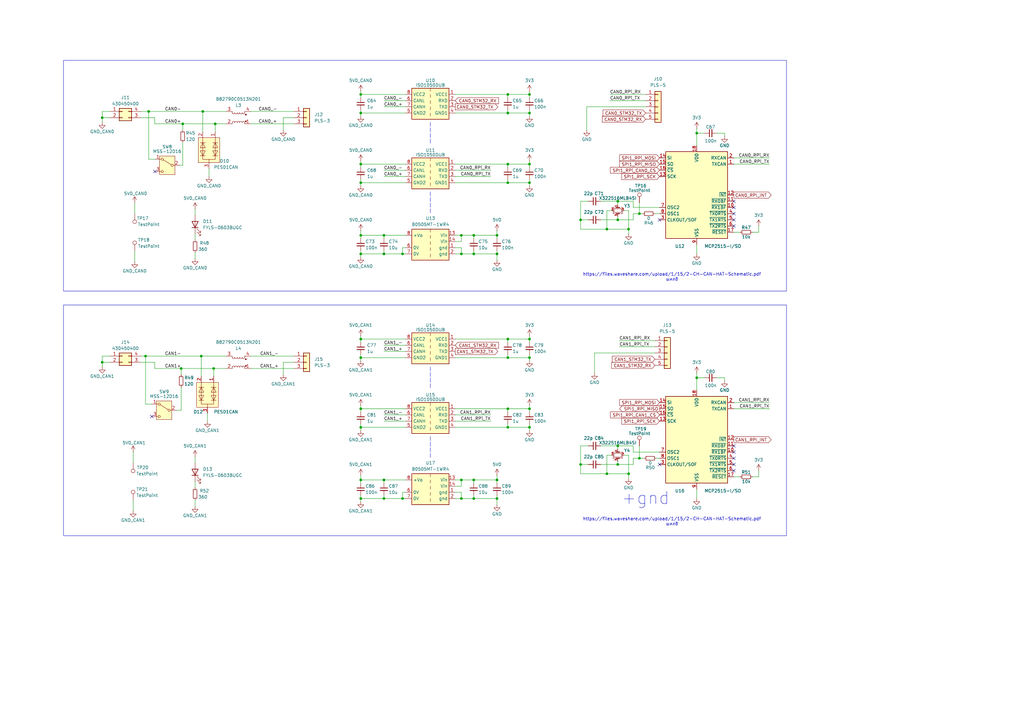
<source format=kicad_sch>
(kicad_sch (version 20231120) (generator "eeschema") (generator_version "8.0")
  (paper "A3")
  (junction (at 253.365 82.55))
  (junction (at 203.835 104.14))
  (junction (at 217.17 67.31))
  (junction (at 157.48 204.47))
  (junction (at 208.28 167.64))
  (junction (at 147.955 146.685))
  (junction (at 83.185 45.72))
  (junction (at 262.255 187.96))
  (junction (at 189.23 196.85))
  (junction (at 203.835 96.52))
  (junction (at 189.23 96.52))
  (junction (at 147.955 167.64))
  (junction (at 165.1 204.47))
  (junction (at 208.28 67.31))
  (junction (at 147.955 104.14))
  (junction (at 147.955 175.26))
  (junction (at 194.31 104.14))
  (junction (at 157.48 196.85))
  (junction (at 285.75 154.94))
  (junction (at 248.92 194.31))
  (junction (at 217.17 167.64))
  (junction (at 147.955 96.52))
  (junction (at 208.28 139.065))
  (junction (at 217.17 175.26))
  (junction (at 147.955 67.31))
  (junction (at 217.17 38.735))
  (junction (at 82.55 146.05))
  (junction (at 59.69 146.05))
  (junction (at 157.48 96.52))
  (junction (at 74.295 151.13))
  (junction (at 253.365 190.5))
  (junction (at 238.125 90.17))
  (junction (at 257.81 194.31))
  (junction (at 60.96 45.72))
  (junction (at 165.1 104.14))
  (junction (at 208.28 38.735))
  (junction (at 147.955 204.47))
  (junction (at 217.17 146.685))
  (junction (at 208.28 74.93))
  (junction (at 217.17 74.93))
  (junction (at 147.955 139.065))
  (junction (at 88.265 50.8))
  (junction (at 74.93 50.8))
  (junction (at 189.23 204.47))
  (junction (at 194.31 204.47))
  (junction (at 194.31 196.85))
  (junction (at 41.91 48.26))
  (junction (at 203.835 204.47))
  (junction (at 262.255 87.63))
  (junction (at 208.28 46.355))
  (junction (at 253.365 182.88))
  (junction (at 208.28 146.685))
  (junction (at 253.365 90.17))
  (junction (at 87.63 151.13))
  (junction (at 217.17 139.065))
  (junction (at 248.92 93.98))
  (junction (at 147.955 38.735))
  (junction (at 147.955 74.93))
  (junction (at 194.31 96.52))
  (junction (at 147.955 46.355))
  (junction (at 208.28 175.26))
  (junction (at 157.48 104.14))
  (junction (at 238.125 190.5))
  (junction (at 257.81 93.98))
  (junction (at 217.17 46.355))
  (junction (at 285.75 54.61))
  (junction (at 189.23 104.14))
  (junction (at 203.835 196.85))
  (junction (at 41.91 148.59))
  (junction (at 147.955 196.85))
  (no_connect (at 300.99 82.55))
  (no_connect (at 270.51 90.17))
  (no_connect (at 300.99 185.42))
  (no_connect (at 300.99 87.63))
  (no_connect (at 300.99 92.71))
  (no_connect (at 63.5 70.358))
  (no_connect (at 300.99 90.17))
  (no_connect (at 300.99 193.04))
  (no_connect (at 300.99 187.96))
  (no_connect (at 300.99 182.88))
  (no_connect (at 300.99 85.09))
  (no_connect (at 270.51 190.5))
  (no_connect (at 62.23 170.815))
  (no_connect (at 300.99 190.5))
  (wire (pts (xy 257.81 93.98) (xy 248.92 93.98)))
  (wire (pts (xy 259.715 90.17) (xy 253.365 90.17)))
  (wire (pts (xy 147.955 66.04) (xy 147.955 67.31)))
  (wire (pts (xy 208.28 167.64) (xy 208.28 168.91)))
  (wire (pts (xy 259.715 185.42) (xy 259.715 182.88)))
  (wire (pts (xy 147.955 196.85) (xy 147.955 198.12)))
  (wire (pts (xy 217.17 173.99) (xy 217.17 175.26)))
  (wire (pts (xy 147.955 166.37) (xy 147.955 167.64)))
  (wire (pts (xy 253.365 82.55) (xy 253.365 83.82)))
  (wire (pts (xy 264.795 41.275) (xy 250.19 41.275)))
  (wire (pts (xy 147.955 37.465) (xy 147.955 38.735)))
  (wire (pts (xy 259.715 82.55) (xy 253.365 82.55)))
  (wire (pts (xy 63.5 50.8) (xy 63.5 48.26)))
  (wire (pts (xy 147.955 175.26) (xy 166.37 175.26)))
  (wire (pts (xy 102.87 50.8) (xy 120.65 50.8)))
  (wire (pts (xy 189.23 96.52) (xy 194.31 96.52)))
  (wire (pts (xy 165.1 204.47) (xy 166.37 204.47)))
  (wire (pts (xy 157.48 69.85) (xy 166.37 69.85)))
  (wire (pts (xy 41.91 148.59) (xy 41.91 150.495)))
  (wire (pts (xy 147.955 46.355) (xy 147.955 47.625)))
  (wire (pts (xy 311.15 95.25) (xy 308.61 95.25)))
  (wire (pts (xy 147.955 146.685) (xy 147.955 147.955)))
  (wire (pts (xy 186.69 172.72) (xy 201.295 172.72)))
  (wire (pts (xy 87.63 151.13) (xy 87.63 154.305)))
  (wire (pts (xy 285.75 154.94) (xy 288.925 154.94)))
  (wire (pts (xy 217.17 45.085) (xy 217.17 46.355)))
  (wire (pts (xy 259.715 190.5) (xy 253.365 190.5)))
  (wire (pts (xy 157.48 172.72) (xy 166.37 172.72)))
  (wire (pts (xy 217.17 66.04) (xy 217.17 67.31)))
  (wire (pts (xy 194.31 196.85) (xy 203.835 196.85)))
  (wire (pts (xy 238.125 93.98) (xy 248.92 93.98)))
  (wire (pts (xy 294.005 54.61) (xy 297.18 54.61)))
  (wire (pts (xy 74.93 50.8) (xy 74.93 53.34)))
  (wire (pts (xy 157.48 43.815) (xy 166.37 43.815)))
  (wire (pts (xy 189.23 199.39) (xy 189.23 196.85)))
  (wire (pts (xy 208.28 145.415) (xy 208.28 146.685)))
  (wire (pts (xy 186.69 101.6) (xy 189.23 101.6)))
  (wire (pts (xy 147.955 96.52) (xy 157.48 96.52)))
  (wire (pts (xy 194.31 102.87) (xy 194.31 104.14)))
  (wire (pts (xy 57.785 146.05) (xy 59.69 146.05)))
  (wire (pts (xy 102.87 151.13) (xy 120.65 151.13)))
  (wire (pts (xy 194.31 104.14) (xy 203.835 104.14)))
  (wire (pts (xy 186.69 38.735) (xy 208.28 38.735)))
  (wire (pts (xy 285.75 154.94) (xy 285.75 160.02)))
  (wire (pts (xy 238.125 190.5) (xy 238.125 194.31)))
  (wire (pts (xy 147.955 38.735) (xy 166.37 38.735)))
  (wire (pts (xy 41.91 45.72) (xy 45.085 45.72)))
  (wire (pts (xy 147.955 104.14) (xy 147.955 105.41)))
  (wire (pts (xy 147.955 67.31) (xy 166.37 67.31)))
  (wire (pts (xy 54.61 205.105) (xy 54.61 209.55)))
  (wire (pts (xy 102.87 146.05) (xy 120.65 146.05)))
  (wire (pts (xy 253.365 90.17) (xy 253.365 88.9)))
  (wire (pts (xy 157.48 196.85) (xy 166.37 196.85)))
  (wire (pts (xy 203.835 203.2) (xy 203.835 204.47)))
  (wire (pts (xy 186.69 201.93) (xy 189.23 201.93)))
  (wire (pts (xy 217.17 73.66) (xy 217.17 74.93)))
  (wire (pts (xy 147.955 167.64) (xy 147.955 168.91)))
  (wire (pts (xy 83.185 45.72) (xy 83.185 53.975)))
  (wire (pts (xy 257.81 194.31) (xy 248.92 194.31)))
  (wire (pts (xy 74.295 168.275) (xy 72.39 168.275)))
  (wire (pts (xy 246.38 90.17) (xy 253.365 90.17)))
  (wire (pts (xy 59.69 146.05) (xy 59.69 165.735)))
  (wire (pts (xy 147.955 46.355) (xy 166.37 46.355)))
  (wire (pts (xy 194.31 96.52) (xy 203.835 96.52)))
  (wire (pts (xy 189.23 204.47) (xy 194.31 204.47)))
  (wire (pts (xy 208.28 67.31) (xy 208.28 68.58)))
  (wire (pts (xy 59.69 146.05) (xy 82.55 146.05)))
  (wire (pts (xy 217.17 37.465) (xy 217.17 38.735)))
  (wire (pts (xy 147.955 96.52) (xy 147.955 97.79)))
  (wire (pts (xy 147.955 175.26) (xy 147.955 176.53)))
  (wire (pts (xy 259.715 185.42) (xy 270.51 185.42)))
  (wire (pts (xy 147.955 203.2) (xy 147.955 204.47)))
  (wire (pts (xy 238.125 82.55) (xy 238.125 90.17)))
  (wire (pts (xy 248.92 86.36) (xy 250.825 86.36)))
  (wire (pts (xy 186.69 104.14) (xy 189.23 104.14)))
  (wire (pts (xy 217.17 137.795) (xy 217.17 139.065)))
  (wire (pts (xy 243.84 153.035) (xy 243.84 144.78)))
  (wire (pts (xy 285.75 100.33) (xy 285.75 104.14)))
  (wire (pts (xy 147.955 38.735) (xy 147.955 40.005)))
  (wire (pts (xy 41.91 48.26) (xy 45.085 48.26)))
  (wire (pts (xy 54.61 189.865) (xy 54.61 185.42)))
  (wire (pts (xy 257.81 186.69) (xy 257.81 194.31)))
  (wire (pts (xy 165.1 201.93) (xy 166.37 201.93)))
  (wire (pts (xy 157.48 96.52) (xy 166.37 96.52)))
  (wire (pts (xy 285.75 153.035) (xy 285.75 154.94)))
  (wire (pts (xy 62.23 165.735) (xy 59.69 165.735)))
  (wire (pts (xy 147.955 102.87) (xy 147.955 104.14)))
  (wire (pts (xy 157.48 203.2) (xy 157.48 204.47)))
  (wire (pts (xy 157.48 72.39) (xy 166.37 72.39)))
  (wire (pts (xy 147.955 173.99) (xy 147.955 175.26)))
  (wire (pts (xy 259.715 187.96) (xy 262.255 187.96)))
  (polyline (pts (xy 176.53 78.74) (xy 176.53 87.63)) (stroke (width 0) (type dash)))
  (wire (pts (xy 102.87 45.72) (xy 120.65 45.72)))
  (wire (pts (xy 186.69 146.685) (xy 208.28 146.685)))
  (wire (pts (xy 147.955 194.945) (xy 147.955 196.85)))
  (wire (pts (xy 259.715 182.88) (xy 253.365 182.88)))
  (wire (pts (xy 300.99 67.31) (xy 315.595 67.31)))
  (wire (pts (xy 203.835 196.85) (xy 203.835 198.12)))
  (wire (pts (xy 165.1 101.6) (xy 165.1 104.14)))
  (wire (pts (xy 241.3 182.88) (xy 238.125 182.88)))
  (wire (pts (xy 82.55 146.05) (xy 82.55 154.305)))
  (wire (pts (xy 74.295 151.13) (xy 74.295 153.67)))
  (wire (pts (xy 80.01 197.485) (xy 80.01 200.025)))
  (wire (pts (xy 147.955 67.31) (xy 147.955 68.58)))
  (wire (pts (xy 241.3 82.55) (xy 238.125 82.55)))
  (wire (pts (xy 259.715 85.09) (xy 270.51 85.09)))
  (wire (pts (xy 147.955 139.065) (xy 166.37 139.065)))
  (wire (pts (xy 194.31 96.52) (xy 194.31 97.79)))
  (wire (pts (xy 262.255 182.88) (xy 262.255 187.96)))
  (wire (pts (xy 186.69 46.355) (xy 208.28 46.355)))
  (wire (pts (xy 74.93 50.8) (xy 88.265 50.8)))
  (wire (pts (xy 157.48 204.47) (xy 165.1 204.47)))
  (wire (pts (xy 208.28 67.31) (xy 217.17 67.31)))
  (wire (pts (xy 208.28 175.26) (xy 217.17 175.26)))
  (wire (pts (xy 57.785 45.72) (xy 60.96 45.72)))
  (wire (pts (xy 194.31 203.2) (xy 194.31 204.47)))
  (wire (pts (xy 147.955 73.66) (xy 147.955 74.93)))
  (polyline (pts (xy 176.53 50.165) (xy 176.53 59.055)) (stroke (width 0) (type dash)))
  (wire (pts (xy 208.28 45.085) (xy 208.28 46.355)))
  (wire (pts (xy 255.905 186.69) (xy 257.81 186.69)))
  (wire (pts (xy 63.5 151.13) (xy 74.295 151.13)))
  (wire (pts (xy 194.31 196.85) (xy 194.31 198.12)))
  (wire (pts (xy 203.835 104.14) (xy 203.835 106.68)))
  (wire (pts (xy 157.48 96.52) (xy 157.48 97.79)))
  (wire (pts (xy 243.84 144.78) (xy 268.605 144.78)))
  (wire (pts (xy 300.99 195.58) (xy 303.53 195.58)))
  (wire (pts (xy 255.905 86.36) (xy 257.81 86.36)))
  (wire (pts (xy 85.725 69.215) (xy 85.725 72.39)))
  (wire (pts (xy 311.15 193.04) (xy 311.15 195.58)))
  (wire (pts (xy 157.48 144.145) (xy 166.37 144.145)))
  (wire (pts (xy 88.265 50.8) (xy 92.71 50.8)))
  (wire (pts (xy 217.17 139.065) (xy 217.17 140.335)))
  (wire (pts (xy 88.265 50.8) (xy 88.265 53.975)))
  (wire (pts (xy 268.605 142.24) (xy 254 142.24)))
  (wire (pts (xy 116.205 148.59) (xy 116.205 153.67)))
  (wire (pts (xy 120.65 148.59) (xy 116.205 148.59)))
  (wire (pts (xy 186.69 139.065) (xy 208.28 139.065)))
  (wire (pts (xy 311.15 92.71) (xy 311.15 95.25)))
  (wire (pts (xy 238.125 90.17) (xy 241.3 90.17)))
  (wire (pts (xy 74.93 58.42) (xy 74.93 67.818)))
  (wire (pts (xy 240.665 43.815) (xy 264.795 43.815)))
  (wire (pts (xy 157.48 141.605) (xy 166.37 141.605)))
  (wire (pts (xy 217.17 166.37) (xy 217.17 167.64)))
  (wire (pts (xy 80.01 103.505) (xy 80.01 106.045)))
  (wire (pts (xy 248.92 194.31) (xy 248.92 186.69)))
  (wire (pts (xy 262.255 83.185) (xy 262.255 87.63)))
  (wire (pts (xy 147.955 204.47) (xy 147.955 205.74)))
  (wire (pts (xy 41.91 45.72) (xy 41.91 48.26)))
  (wire (pts (xy 186.69 199.39) (xy 189.23 199.39)))
  (wire (pts (xy 208.28 167.64) (xy 217.17 167.64)))
  (wire (pts (xy 203.835 194.945) (xy 203.835 196.85)))
  (wire (pts (xy 264.16 187.96) (xy 262.255 187.96)))
  (wire (pts (xy 300.99 64.77) (xy 315.595 64.77)))
  (wire (pts (xy 264.795 38.735) (xy 250.19 38.735)))
  (wire (pts (xy 74.295 151.13) (xy 87.63 151.13)))
  (wire (pts (xy 300.99 95.25) (xy 303.53 95.25)))
  (wire (pts (xy 300.99 167.64) (xy 315.595 167.64)))
  (wire (pts (xy 80.01 205.105) (xy 80.01 207.645)))
  (wire (pts (xy 186.69 72.39) (xy 201.295 72.39)))
  (wire (pts (xy 194.31 204.47) (xy 203.835 204.47)))
  (wire (pts (xy 238.125 190.5) (xy 241.3 190.5)))
  (wire (pts (xy 116.205 48.26) (xy 116.205 53.34)))
  (wire (pts (xy 285.75 52.705) (xy 285.75 54.61)))
  (wire (pts (xy 147.955 104.14) (xy 157.48 104.14)))
  (wire (pts (xy 311.15 195.58) (xy 308.61 195.58)))
  (wire (pts (xy 270.51 187.96) (xy 269.24 187.96)))
  (wire (pts (xy 268.605 139.7) (xy 254 139.7)))
  (wire (pts (xy 120.65 48.26) (xy 116.205 48.26)))
  (wire (pts (xy 186.69 167.64) (xy 208.28 167.64)))
  (wire (pts (xy 259.715 187.96) (xy 259.715 190.5)))
  (wire (pts (xy 203.835 96.52) (xy 203.835 97.79)))
  (wire (pts (xy 217.17 146.685) (xy 217.17 147.955)))
  (polyline (pts (xy 176.53 150.495) (xy 176.53 159.385)) (stroke (width 0) (type dash)))
  (wire (pts (xy 186.69 74.93) (xy 208.28 74.93)))
  (wire (pts (xy 248.92 93.98) (xy 248.92 86.36)))
  (wire (pts (xy 186.69 196.85) (xy 189.23 196.85)))
  (wire (pts (xy 203.835 204.47) (xy 203.835 207.01)))
  (wire (pts (xy 147.955 74.93) (xy 147.955 76.2)))
  (wire (pts (xy 80.01 95.885) (xy 80.01 98.425)))
  (wire (pts (xy 186.69 170.18) (xy 201.295 170.18)))
  (wire (pts (xy 189.23 196.85) (xy 194.31 196.85)))
  (wire (pts (xy 257.81 93.98) (xy 257.81 95.885)))
  (wire (pts (xy 294.005 154.94) (xy 297.18 154.94)))
  (wire (pts (xy 55.245 87.63) (xy 55.245 83.185)))
  (wire (pts (xy 297.18 154.94) (xy 297.18 156.21)))
  (wire (pts (xy 238.125 194.31) (xy 248.92 194.31)))
  (wire (pts (xy 246.38 182.88) (xy 253.365 182.88)))
  (wire (pts (xy 238.125 90.17) (xy 238.125 93.98)))
  (wire (pts (xy 147.955 146.685) (xy 166.37 146.685)))
  (wire (pts (xy 189.23 104.14) (xy 194.31 104.14)))
  (wire (pts (xy 189.23 101.6) (xy 189.23 104.14)))
  (polyline (pts (xy 176.53 179.07) (xy 176.53 187.96)) (stroke (width 0) (type dash)))
  (wire (pts (xy 83.185 45.72) (xy 92.71 45.72)))
  (wire (pts (xy 80.01 187.325) (xy 80.01 189.865)))
  (wire (pts (xy 217.17 175.26) (xy 217.17 176.53)))
  (wire (pts (xy 63.5 65.278) (xy 60.96 65.278)))
  (wire (pts (xy 85.09 169.545) (xy 85.09 172.72)))
  (wire (pts (xy 165.1 101.6) (xy 166.37 101.6)))
  (wire (pts (xy 263.525 87.63) (xy 262.255 87.63)))
  (wire (pts (xy 157.48 196.85) (xy 157.48 198.12)))
  (wire (pts (xy 157.48 102.87) (xy 157.48 104.14)))
  (wire (pts (xy 253.365 190.5) (xy 253.365 189.23)))
  (wire (pts (xy 259.715 87.63) (xy 259.715 90.17)))
  (wire (pts (xy 74.295 158.75) (xy 74.295 168.275)))
  (wire (pts (xy 147.955 45.085) (xy 147.955 46.355)))
  (wire (pts (xy 165.1 201.93) (xy 165.1 204.47)))
  (wire (pts (xy 147.955 167.64) (xy 166.37 167.64)))
  (wire (pts (xy 208.28 74.93) (xy 217.17 74.93)))
  (wire (pts (xy 74.93 67.818) (xy 73.66 67.818)))
  (wire (pts (xy 262.255 87.63) (xy 259.715 87.63)))
  (wire (pts (xy 186.69 96.52) (xy 189.23 96.52)))
  (wire (pts (xy 285.75 54.61) (xy 288.925 54.61)))
  (wire (pts (xy 147.955 196.85) (xy 157.48 196.85)))
  (wire (pts (xy 208.28 146.685) (xy 217.17 146.685)))
  (wire (pts (xy 186.69 175.26) (xy 208.28 175.26)))
  (wire (pts (xy 208.28 38.735) (xy 208.28 40.005)))
  (wire (pts (xy 147.955 137.795) (xy 147.955 139.065)))
  (wire (pts (xy 217.17 145.415) (xy 217.17 146.685)))
  (wire (pts (xy 240.665 53.34) (xy 240.665 43.815)))
  (wire (pts (xy 60.96 45.72) (xy 83.185 45.72)))
  (wire (pts (xy 157.48 170.18) (xy 166.37 170.18)))
  (wire (pts (xy 257.81 86.36) (xy 257.81 93.98)))
  (wire (pts (xy 80.01 85.725) (xy 80.01 88.265)))
  (wire (pts (xy 238.125 182.88) (xy 238.125 190.5)))
  (wire (pts (xy 157.48 104.14) (xy 165.1 104.14)))
  (wire (pts (xy 41.91 146.05) (xy 45.085 146.05)))
  (wire (pts (xy 253.365 182.88) (xy 253.365 184.15)))
  (wire (pts (xy 147.955 74.93) (xy 166.37 74.93)))
  (wire (pts (xy 217.17 167.64) (xy 217.17 168.91)))
  (wire (pts (xy 41.91 148.59) (xy 45.085 148.59)))
  (wire (pts (xy 208.28 38.735) (xy 217.17 38.735)))
  (wire (pts (xy 257.81 194.31) (xy 257.81 196.215)))
  (wire (pts (xy 186.69 67.31) (xy 208.28 67.31)))
  (wire (pts (xy 246.38 82.55) (xy 253.365 82.55)))
  (wire (pts (xy 82.55 146.05) (xy 92.71 146.05)))
  (wire (pts (xy 203.835 102.87) (xy 203.835 104.14)))
  (wire (pts (xy 186.69 204.47) (xy 189.23 204.47)))
  (wire (pts (xy 208.28 139.065) (xy 217.17 139.065)))
  (wire (pts (xy 285.75 200.66) (xy 285.75 204.47)))
  (wire (pts (xy 208.28 139.065) (xy 208.28 140.335)))
  (wire (pts (xy 87.63 151.13) (xy 92.71 151.13)))
  (wire (pts (xy 297.18 54.61) (xy 297.18 55.88)))
  (wire (pts (xy 217.17 67.31) (xy 217.17 68.58)))
  (wire (pts (xy 186.69 69.85) (xy 201.295 69.85)))
  (wire (pts (xy 208.28 173.99) (xy 208.28 175.26)))
  (wire (pts (xy 63.5 151.13) (xy 63.5 148.59)))
  (wire (pts (xy 189.23 201.93) (xy 189.23 204.47)))
  (wire (pts (xy 165.1 104.14) (xy 166.37 104.14)))
  (wire (pts (xy 217.17 74.93) (xy 217.17 76.2)))
  (wire (pts (xy 217.17 38.735) (xy 217.17 40.005)))
  (wire (pts (xy 63.5 48.26) (xy 57.785 48.26)))
  (wire (pts (xy 208.28 73.66) (xy 208.28 74.93)))
  (wire (pts (xy 55.245 102.87) (xy 55.245 107.315)))
  (wire (pts (xy 147.955 94.615) (xy 147.955 96.52)))
  (wire (pts (xy 60.96 45.72) (xy 60.96 65.278)))
  (wire (pts (xy 41.91 146.05) (xy 41.91 148.59)))
  (wire (pts (xy 217.17 46.355) (xy 217.17 47.625)))
  (wire (pts (xy 157.48 41.275) (xy 166.37 41.275)))
  (wire (pts (xy 246.38 190.5) (xy 253.365 190.5)))
  (wire (pts (xy 41.91 48.26) (xy 41.91 50.165)))
  (wire (pts (xy 259.715 85.09) (xy 259.715 82.55)))
  (wire (pts (xy 147.955 204.47) (xy 157.48 204.47)))
  (wire (pts (xy 203.835 94.615) (xy 203.835 96.52)))
  (wire (pts (xy 63.5 148.59) (xy 57.785 148.59)))
  (wire (pts (xy 300.99 165.1) (xy 315.595 165.1)))
  (wire (pts (xy 285.75 54.61) (xy 285.75 59.69)))
  (wire (pts (xy 186.69 99.06) (xy 189.23 99.06)))
  (wire (pts (xy 63.5 50.8) (xy 74.93 50.8)))
  (wire (pts (xy 208.28 46.355) (xy 217.17 46.355)))
  (wire (pts (xy 248.92 186.69) (xy 250.825 186.69)))
  (wire (pts (xy 147.955 139.065) (xy 147.955 140.335)))
  (wire (pts (xy 147.955 145.415) (xy 147.955 146.685)))
  (wire (pts (xy 270.51 87.63) (xy 268.605 87.63)))
  (wire (pts (xy 189.23 99.06) (xy 189.23 96.52)))
  (rectangle (start 26.035 125.095) (end 322.58 219.71))
  (rectangle (start 26.035 24.765) (end 322.58 119.38))
  (text "https://files.waveshare.com/upload/1/15/2-CH-CAN-HAT-Schematic.pdf\nшилд" (at 275.59 213.995 0) (effects (font (size 1.27 1.27))))
  (text "https://files.waveshare.com/upload/1/15/2-CH-CAN-HAT-Schematic.pdf\nшилд" (at 275.59 113.665 0) (effects (font (size 1.27 1.27))))
  (text "+gnd" (at 264.795 204.47 0) (effects (font (size 5 5))))
  (label "CAN1_RPi_TX" (at 201.295 172.72 180))
  (label "CAN0_RPi_RX" (at 250.19 38.735 0))
  (label "CAN1_-" (at 157.48 170.18 0))
  (label "CAN1_RPi_RX" (at 315.595 165.1 180))
  (label "CAN0+" (at 74.295 50.8 180))
  (label "CAN1_-" (at 157.48 141.605 0))
  (label "CAN0_RPi_TX" (at 201.295 72.39 180))
  (label "CAN1+" (at 74.295 151.13 180))
  (label "CAN0_RPi_TX" (at 250.19 41.275 0))
  (label "CAN0_+" (at 157.48 72.39 0))
  (label "CAN0_-" (at 113.665 45.72 180))
  (label "CAN0_RPi_RX" (at 201.295 69.85 180))
  (label "CAN1_RPi_RX" (at 254 139.7 0))
  (label "CAN0_-" (at 157.48 41.275 0))
  (label "CAN1_RPi_RX" (at 201.295 170.18 180))
  (label "CAN0_RPi_TX" (at 315.595 67.31 180))
  (label "CAN1_RPi_TX" (at 254 142.24 0))
  (label "CAN0-" (at 74.295 45.72 180))
  (label "CAN1_+" (at 114.3 151.13 180))
  (label "CAN1_+" (at 157.48 172.72 0))
  (label "CAN0_RPi_RX" (at 315.595 64.77 180))
  (label "CAN1_+" (at 157.48 144.145 0))
  (label "CAN1-" (at 74.295 146.05 180))
  (label "CAN0_+" (at 157.48 43.815 0))
  (label "CAN0_-" (at 157.48 69.85 0))
  (label "CAN0_+" (at 113.665 50.8 180))
  (label "CAN1_-" (at 114.3 146.05 180))
  (label "CAN1_RPi_TX" (at 315.595 167.64 180))
  (global_label "CAN1_RPI_INT" (shape output) (at 300.99 180.34 0) (property "Intersheetrefs" "${INTERSHEET_REFS}" (at 316.8567 180.34 0) (effects (justify left))))
  (global_label "CAN1_STM32_RX" (shape input) (at 268.605 149.86 180) (property "Intersheetrefs" "${INTERSHEET_REFS}" (at 250.259 149.86 0) (effects (justify right))))
  (global_label "SPI1_RPi_MOSI" (shape input) (at 270.51 165.1 180) (property "Intersheetrefs" "${INTERSHEET_REFS}" (at 253.5548 165.1 0) (effects (justify right))))
  (global_label "SPI1_RPi_MOSI" (shape input) (at 270.51 64.77 180) (property "Intersheetrefs" "${INTERSHEET_REFS}" (at 253.5548 64.77 0) (effects (justify right))))
  (global_label "CAN1_STM32_TX" (shape output) (at 186.69 144.145 0) (property "Intersheetrefs" "${INTERSHEET_REFS}" (at 204.7336 144.145 0) (effects (justify left))))
  (global_label "SPI1_RPi_MISO" (shape input) (at 270.51 67.31 180) (property "Intersheetrefs" "${INTERSHEET_REFS}" (at 253.5548 67.31 0) (effects (justify right))))
  (global_label "SPI1_RPi_MISO" (shape output) (at 270.51 167.64 180) (property "Intersheetrefs" "${INTERSHEET_REFS}" (at 253.5548 167.64 0) (effects (justify right))))
  (global_label "SPI1_RPi_SCK" (shape input) (at 270.51 72.39 180) (property "Intersheetrefs" "${INTERSHEET_REFS}" (at 254.4015 72.39 0) (effects (justify right))))
  (global_label "CAN0_STM32_RX" (shape input) (at 186.69 41.275 0) (property "Intersheetrefs" "${INTERSHEET_REFS}" (at 205.036 41.275 0) (effects (justify left))))
  (global_label "SPI1_RPi_SCK" (shape input) (at 270.51 172.72 180) (property "Intersheetrefs" "${INTERSHEET_REFS}" (at 254.4015 172.72 0) (effects (justify right))))
  (global_label "CAN0_STM32_TX" (shape input) (at 264.795 46.355 180) (property "Intersheetrefs" "${INTERSHEET_REFS}" (at 246.7514 46.355 0) (effects (justify right))))
  (global_label "CAN0_RPI_INT" (shape output) (at 300.99 80.01 0) (property "Intersheetrefs" "${INTERSHEET_REFS}" (at 316.8567 80.01 0) (effects (justify left))))
  (global_label "CAN1_STM32_TX" (shape input) (at 268.605 147.32 180) (property "Intersheetrefs" "${INTERSHEET_REFS}" (at 250.5614 147.32 0) (effects (justify right))))
  (global_label "SPI1_RPi_CAN0_CS" (shape input) (at 270.51 69.85 180) (property "Intersheetrefs" "${INTERSHEET_REFS}" (at 249.8053 69.85 0) (effects (justify right))))
  (global_label "CAN1_STM32_RX" (shape input) (at 186.69 141.605 0) (property "Intersheetrefs" "${INTERSHEET_REFS}" (at 205.036 141.605 0) (effects (justify left))))
  (global_label "CAN0_STM32_RX" (shape input) (at 264.795 48.895 180) (property "Intersheetrefs" "${INTERSHEET_REFS}" (at 246.449 48.895 0) (effects (justify right))))
  (global_label "CAN0_STM32_TX" (shape output) (at 186.69 43.815 0) (property "Intersheetrefs" "${INTERSHEET_REFS}" (at 204.7336 43.815 0) (effects (justify left))))
  (global_label "SPI1_RPi_CAN1_CS" (shape input) (at 270.51 170.18 180) (property "Intersheetrefs" "${INTERSHEET_REFS}" (at 249.8053 170.18 0) (effects (justify right))))
  (symbol (lib_id "power:+5V") (at 311.15 92.71 0) (unit 1)
    (property "Reference" "#PWR0109" (effects (hide yes)))
    (property "Value" "3V3" (at 311.15 88.265 0))
    (property "Description" "Power symbol creates a global label with name \"+5V\"" (effects (hide yes)))
  )
  (symbol (lib_id "Connector:TestPoint") (at 55.245 87.63 180) (unit 1)
    (property "Reference" "TP17" (at 60.96 89.535 0) (effects (justify left)))
    (property "Value" "TestPoint" (at 65.405 92.075 0) (effects (justify left)))
    (property "Footprint" "TestPoint:TestPoint_THTPad_D2.0mm_Drill1.0mm" (effects (hide yes)))
    (property "Description" "test point" (effects (hide yes)))
  )
  (symbol (lib_id "power:+5V") (at 285.75 153.035 0) (unit 1)
    (property "Reference" "#PWR0124" (effects (hide yes)))
    (property "Value" "3V3" (at 285.75 148.59 0))
    (property "Description" "Power symbol creates a global label with name \"+5V\"" (effects (hide yes)))
  )
  (symbol (lib_id "Device:L_Coupled_1243") (at 97.79 48.26 180) (unit 1)
    (property "Reference" "L3" (at 97.79 43.18 0))
    (property "Value" "B82790C0513N201" (at 97.79 40.64 0))
    (property "Footprint" "user_lib:B82790C0513N201" (effects (hide yes)))
    (property "Ссылка" "https://www.promelec.ru/product/73838/" (effects (hide yes)))
    (property "Цена" "86" (effects (hide yes)))
    (property "Человекопонятное название" "Дроссель для подавления асимметричной интерференции" (effects (hide yes)))
    (property "Мин. кол-во" "6" (effects (hide yes)))
  )
  (symbol (lib_id "Device:C_Small") (at 147.955 42.545 0) (unit 1)
    (property "Reference" "C64" (at 150.495 41.275 0) (effects (justify left)))
    (property "Value" "1u" (at 150.495 43.815 0) (effects (justify left)))
    (property "Footprint" "Capacitor_SMD:C_0603_1608Metric" (effects (hide yes)))
    (property "Description" "Unpolarized capacitor, small symbol" (effects (hide yes)))
    (property "Мин. кол-во" "200" (effects (hide yes)))
    (property "Ссылка" "https://www.promelec.ru/product/334556/" (effects (hide yes)))
    (property "Цена" "1" (effects (hide yes)))
    (property "Человекопонятное название" "Керамический ЧИП-конденсатор 0603 X7R 1мкФ" (effects (hide yes)))
  )
  (symbol (lib_id "power:GND") (at 217.17 76.2 0) (unit 1)
    (property "Reference" "#PWR0106" (effects (hide yes)))
    (property "Value" "GND" (at 217.17 80.01 0))
  )
  (symbol (lib_id "Connector:TestPoint") (at 54.61 189.865 180) (unit 1)
    (property "Reference" "TP20" (at 60.96 191.77 0) (effects (justify left)))
    (property "Value" "TestPoint" (at 64.77 194.31 0) (effects (justify left)))
    (property "Footprint" "TestPoint:TestPoint_THTPad_D2.0mm_Drill1.0mm" (effects (hide yes)))
    (property "Description" "test point" (effects (hide yes)))
  )
  (symbol (lib_id "Device:LED") (at 80.01 92.075 90) (unit 1)
    (property "Reference" "D11" (at 83.185 90.805 90) (effects (justify right)))
    (property "Value" "FYLS-0603BUGC" (at 83.185 93.345 90) (effects (justify right)))
    (property "Footprint" "user_lib:LED_0603_1608Metric" (effects (hide yes)))
    (property "Description" "Light emitting diode" (effects (hide yes)))
    (property "Мин. кол-во" "3" (effects (hide yes)))
    (property "Ссылка" "https://www.promelec.ru/product/324327/" (effects (hide yes)))
    (property "Цена" "5" (effects (hide yes)))
    (property "Человекопонятное название" "Светодиод smd 1,6х0,8мм/зеленый/568нм/65мкд/прозрачный/130°" (effects (hide yes)))
  )
  (symbol (lib_id "Device:R_Small") (at 74.295 156.21 0) (unit 1)
    (property "Reference" "R49" (at 75.565 154.94 0) (effects (justify left)))
    (property "Value" "120" (at 75.565 157.48 0) (effects (justify left)))
    (property "Footprint" "Resistor_SMD:R_0603_1608Metric" (effects (hide yes)))
    (property "Description" "Resistor, small symbol" (effects (hide yes)))
    (property "Мин. кол-во" "100" (effects (hide yes)))
    (property "Ссылка" "https://www.promelec.ru/product/23378/" (effects (hide yes)))
    (property "Цена" "1" (effects (hide yes)))
    (property "Человекопонятное название" "Толстопленочный ЧИП-резистор 0603 120Ом" (effects (hide yes)))
  )
  (symbol (lib_id "Device:C_Small") (at 157.48 100.33 0) (unit 1)
    (property "Reference" "C74" (at 159.385 99.06 0) (effects (justify left)))
    (property "Value" "10u" (at 159.385 101.6 0) (effects (justify left)))
    (property "Footprint" "Capacitor_SMD:C_0603_1608Metric" (effects (hide yes)))
    (property "Ссылка" "https://www.promelec.ru/product/430347/" (effects (hide yes)))
    (property "Цена" "4" (effects (hide yes)))
    (property "Человекопонятное название" "Керамический ЧИП-конденсатор 0603 X5R 10мкФ" (effects (hide yes)))
    (property "Мин. кол-во" "200" (effects (hide yes)))
  )
  (symbol (lib_id "power:+5V") (at 80.01 187.325 0) (unit 1)
    (property "Reference" "#PWR0133" (effects (hide yes)))
    (property "Value" "5V0_CAN1" (at 80.01 182.88 0))
    (property "Description" "Power symbol creates a global label with name \"+5V\"" (effects (hide yes)))
  )
  (symbol (lib_id "Device:C_Small") (at 291.465 154.94 90) (unit 1)
    (property "Reference" "C80" (at 293.37 152.4 90) (effects (justify left)))
    (property "Value" "100n" (at 294.005 158.115 90) (effects (justify left)))
    (property "Footprint" "Capacitor_SMD:C_0603_1608Metric" (effects (hide yes)))
    (property "Ссылка" "https://www.promelec.ru/product/323633/" (effects (hide yes)))
    (property "Цена" "2" (effects (hide yes)))
    (property "Человекопонятное название" "Керамический ЧИП-конденсатор 0603 X7R 0.1мкФ" (effects (hide yes)))
    (property "Мин. кол-во" "300" (effects (hide yes)))
  )
  (symbol (lib_id "Device:C_Small") (at 157.48 200.66 0) (unit 1)
    (property "Reference" "C87" (at 159.385 199.39 0) (effects (justify left)))
    (property "Value" "10u" (at 159.385 201.93 0) (effects (justify left)))
    (property "Footprint" "Capacitor_SMD:C_0603_1608Metric" (effects (hide yes)))
    (property "Ссылка" "https://www.promelec.ru/product/430347/" (effects (hide yes)))
    (property "Цена" "4" (effects (hide yes)))
    (property "Человекопонятное название" "Керамический ЧИП-конденсатор 0603 X5R 10мкФ" (effects (hide yes)))
    (property "Мин. кол-во" "200" (effects (hide yes)))
  )
  (symbol (lib_id "power:GND2") (at 80.01 207.645 0) (unit 1)
    (property "Reference" "#PWR0141" (effects (hide yes)))
    (property "Value" "GND_CAN1" (at 80.01 211.455 0))
  )
  (symbol (lib_id "Device:C_Small") (at 208.28 71.12 0) (unit 1)
    (property "Reference" "C69" (at 210.185 69.85 0) (effects (justify left)))
    (property "Value" "1u" (at 210.185 72.39 0) (effects (justify left)))
    (property "Footprint" "Capacitor_SMD:C_0603_1608Metric" (effects (hide yes)))
    (property "Ссылка" "https://www.promelec.ru/product/334556/" (effects (hide yes)))
    (property "Цена" "1" (effects (hide yes)))
    (property "Человекопонятное название" "Керамический ЧИП-конденсатор 0603 X7R 1мкФ" (effects (hide yes)))
    (property "Мин. кол-во" "200" (effects (hide yes)))
  )
  (symbol (lib_id "power:+5V") (at 147.955 194.945 0) (unit 1)
    (property "Reference" "#PWR0135" (effects (hide yes)))
    (property "Value" "5V0_CAN1" (at 147.955 190.5 0))
    (property "Description" "Power symbol creates a global label with name \"+5V\"" (effects (hide yes)))
  )
  (symbol (lib_name "ISO1050DUB_2") (lib_id "Interface_CAN_LIN:ISO1050DUB") (at 176.53 41.275 0) (mirror y) (unit 1)
    (property "Reference" "U10" (at 176.53 33.02 0))
    (property "Value" "ISO1050DUB" (at 176.53 34.925 0))
    (property "Footprint" "user_lib:ISO1050DUB" (effects (hide yes)))
    (property "Datasheet" "http://www.ti.com/lit/ds/symlink/iso1050.pdf" (effects (hide yes)))
    (property "Ссылка" "https://energoflot.ru/item/ISO1050DUBR" (effects (hide yes)))
    (property "Цена" "148" (effects (hide yes)))
    (property "Человекопонятное название" "CAN приемопередатчиком с гальванической развязкой" (effects (hide yes)))
    (property "Мин. кол-во" "1" (effects (hide yes)))
  )
  (symbol (lib_id "power:GND2") (at 41.91 150.495 0) (unit 1)
    (property "Reference" "#PWR0122" (effects (hide yes)))
    (property "Value" "GND_CAN1" (at 41.91 154.305 0))
  )
  (symbol (lib_id "Device:C_Small") (at 291.465 54.61 90) (unit 1)
    (property "Reference" "C67" (at 293.37 52.07 90) (effects (justify left)))
    (property "Value" "100n" (at 294.005 57.785 90) (effects (justify left)))
    (property "Footprint" "Capacitor_SMD:C_0603_1608Metric" (effects (hide yes)))
    (property "Ссылка" "https://www.promelec.ru/product/323633/" (effects (hide yes)))
    (property "Цена" "2" (effects (hide yes)))
    (property "Человекопонятное название" "Керамический ЧИП-конденсатор 0603 X7R 0.1мкФ" (effects (hide yes)))
    (property "Мин. кол-во" "300" (effects (hide yes)))
  )
  (symbol (lib_id "Device:C_Small") (at 147.955 142.875 0) (unit 1)
    (property "Reference" "C77" (at 150.495 141.605 0) (effects (justify left)))
    (property "Value" "1u" (at 150.495 144.145 0) (effects (justify left)))
    (property "Footprint" "Capacitor_SMD:C_0603_1608Metric" (effects (hide yes)))
    (property "Description" "Unpolarized capacitor, small symbol" (effects (hide yes)))
    (property "Мин. кол-во" "200" (effects (hide yes)))
    (property "Ссылка" "https://www.promelec.ru/product/334556/" (effects (hide yes)))
    (property "Цена" "1" (effects (hide yes)))
    (property "Человекопонятное название" "Керамический ЧИП-конденсатор 0603 X7R 1мкФ" (effects (hide yes)))
  )
  (symbol (lib_id "power:+5V") (at 55.245 83.185 0) (unit 1)
    (property "Reference" "#PWR0107" (effects (hide yes)))
    (property "Value" "5V0_CAN0" (at 50.8 79.375 0) (effects (justify left)))
    (property "Description" "Power symbol creates a global label with name \"+5V\"" (effects (hide yes)))
  )
  (symbol (lib_id "power:GND") (at 257.81 196.215 0) (unit 1)
    (property "Reference" "#PWR0137" (effects (hide yes)))
    (property "Value" "GND" (at 257.81 200.025 0))
  )
  (symbol (lib_id "Device:C_Small") (at 203.835 200.66 0) (unit 1)
    (property "Reference" "C89" (at 205.74 199.39 0) (effects (justify left)))
    (property "Value" "100n" (at 205.74 201.93 0) (effects (justify left)))
    (property "Footprint" "Capacitor_SMD:C_0603_1608Metric" (effects (hide yes)))
    (property "Ссылка" "https://www.promelec.ru/product/323633/" (effects (hide yes)))
    (property "Цена" "2" (effects (hide yes)))
    (property "Человекопонятное название" "Керамический ЧИП-конденсатор 0603 X7R 0.1мкФ" (effects (hide yes)))
    (property "Мин. кол-во" "300" (effects (hide yes)))
  )
  (symbol (lib_id "Device:C_Small") (at 208.28 42.545 0) (unit 1)
    (property "Reference" "C65" (at 210.185 41.275 0) (effects (justify left)))
    (property "Value" "1u" (at 210.185 43.815 0) (effects (justify left)))
    (property "Footprint" "Capacitor_SMD:C_0603_1608Metric" (effects (hide yes)))
    (property "Ссылка" "https://www.promelec.ru/product/334556/" (effects (hide yes)))
    (property "Цена" "1" (effects (hide yes)))
    (property "Человекопонятное название" "Керамический ЧИП-конденсатор 0603 X7R 1мкФ" (effects (hide yes)))
    (property "Мин. кол-во" "200" (effects (hide yes)))
  )
  (symbol (lib_id "Device:C_Small") (at 147.955 200.66 0) (unit 1)
    (property "Reference" "C86" (at 149.86 199.39 0) (effects (justify left)))
    (property "Value" "100n" (at 149.86 201.93 0) (effects (justify left)))
    (property "Footprint" "Capacitor_SMD:C_0603_1608Metric" (effects (hide yes)))
    (property "Ссылка" "https://www.promelec.ru/product/323633/" (effects (hide yes)))
    (property "Цена" "2" (effects (hide yes)))
    (property "Человекопонятное название" "Керамический ЧИП-конденсатор 0603 X7R 0.1мкФ" (effects (hide yes)))
    (property "Мин. кол-во" "300" (effects (hide yes)))
  )
  (symbol (lib_id "Device:L_Coupled_1243") (at 97.79 148.59 180) (unit 1)
    (property "Reference" "L4" (at 97.79 142.875 0))
    (property "Value" "B82790C0513N201" (at 97.79 140.335 0))
    (property "Footprint" "user_lib:B82790C0513N201" (effects (hide yes)))
    (property "Ссылка" "https://www.promelec.ru/product/73838/" (effects (hide yes)))
    (property "Цена" "86" (effects (hide yes)))
    (property "Человекопонятное название" "Дроссель для подавления асимметричной интерференции" (effects (hide yes)))
    (property "Мин. кол-во" "6" (effects (hide yes)))
  )
  (symbol (lib_id "Device:C_Small") (at 194.31 100.33 0) (unit 1)
    (property "Reference" "C75" (at 196.215 99.06 0) (effects (justify left)))
    (property "Value" "10u" (at 196.215 101.6 0) (effects (justify left)))
    (property "Footprint" "Capacitor_SMD:C_0603_1608Metric" (effects (hide yes)))
    (property "Ссылка" "https://www.promelec.ru/product/430347/" (effects (hide yes)))
    (property "Цена" "4" (effects (hide yes)))
    (property "Человекопонятное название" "Керамический ЧИП-конденсатор 0603 X5R 10мкФ" (effects (hide yes)))
    (property "Мин. кол-во" "200" (effects (hide yes)))
  )
  (symbol (lib_id "Device:R_Small") (at 306.07 95.25 270) (unit 1)
    (property "Reference" "R47" (at 306.07 93.345 90))
    (property "Value" "10k" (at 306.07 97.155 90))
    (property "Footprint" "Resistor_SMD:R_0603_1608Metric" (effects (hide yes)))
    (property "Description" "Resistor, small symbol" (effects (hide yes)))
    (property "Мин. кол-во" "1000" (effects (hide yes)))
    (property "Ссылка" "https://www.promelec.ru/product/344748/" (effects (hide yes)))
    (property "Цена" "1" (effects (hide yes)))
    (property "Человекопонятное название" "Толстопленочный ЧИП-резистор 0603 10кОм" (effects (hide yes)))
  )
  (symbol (lib_id "Interface_CAN_LIN:MCP2515-xSO") (at 285.75 80.01 0) (unit 1)
    (property "Reference" "U12" (at 276.86 100.965 0) (effects (justify left)))
    (property "Value" "MCP2515-I/SO" (at 288.925 100.965 0) (effects (justify left)))
    (property "Footprint" "Package_SO:SOIC-18W_7.5x11.6mm_P1.27mm" (effects (hide yes)))
    (property "Datasheet" "http://ww1.microchip.com/downloads/en/DeviceDoc/21801e.pdf" (effects (hide yes)))
    (property "Description" "Stand-Alone CAN Controller with SPI Interface, SOIC-18" (effects (hide yes)))
    (property "Мин. кол-во" "1" (effects (hide yes)))
    (property "Ссылка" "https://www.mircomponents.ru/search?s=MCP2515-I%2FSO" (effects (hide yes)))
    (property "Цена" "293" (effects (hide yes)))
    (property "Человекопонятное название" "CAN контроллер с SPI интерфейсом" (effects (hide yes)))
  )
  (symbol (lib_name "ISO1050DUB_2") (lib_id "Interface_CAN_LIN:ISO1050DUB") (at 176.53 141.605 0) (mirror y) (unit 1)
    (property "Reference" "U14" (at 176.53 133.35 0))
    (property "Value" "ISO1050DUB" (at 176.53 135.255 0))
    (property "Footprint" "user_lib:ISO1050DUB" (effects (hide yes)))
    (property "Datasheet" "http://www.ti.com/lit/ds/symlink/iso1050.pdf" (effects (hide yes)))
    (property "Ссылка" "https://energoflot.ru/item/ISO1050DUBR" (effects (hide yes)))
    (property "Цена" "148" (effects (hide yes)))
    (property "Человекопонятное название" "CAN приемопередатчиком с гальванической развязкой" (effects (hide yes)))
    (property "Мин. кол-во" "1" (effects (hide yes)))
  )
  (symbol (lib_name "ISO1050DUB_2") (lib_id "Interface_CAN_LIN:ISO1050DUB") (at 176.53 69.85 0) (mirror y) (unit 1)
    (property "Reference" "U11" (at 176.53 61.595 0))
    (property "Value" "ISO1050DUB" (at 176.53 63.5 0))
    (property "Footprint" "user_lib:ISO1050DUB" (effects (hide yes)))
    (property "Datasheet" "http://www.ti.com/lit/ds/symlink/iso1050.pdf" (effects (hide yes)))
    (property "Ссылка" "https://energoflot.ru/item/ISO1050DUBR" (effects (hide yes)))
    (property "Цена" "148" (effects (hide yes)))
    (property "Человекопонятное название" "CAN приемопередатчиком с гальванической развязкой" (effects (hide yes)))
    (property "Мин. кол-во" "1" (effects (hide yes)))
  )
  (symbol (lib_id "Connector:TestPoint") (at 262.255 182.88 0) (unit 1)
    (property "Reference" "TP19" (at 260.35 175.895 0) (effects (justify left)))
    (property "Value" "TestPoint" (at 257.81 177.8 0) (effects (justify left)))
    (property "Footprint" "TestPoint:TestPoint_THTPad_D2.0mm_Drill1.0mm" (effects (hide yes)))
    (property "Description" "test point" (effects (hide yes)))
  )
  (symbol (lib_id "Connector_Generic:Conn_01x03") (at 125.73 48.26 0) (unit 1)
    (property "Reference" "J12" (at 128.905 46.9899 0) (effects (justify left)))
    (property "Value" "PLS-3" (at 128.905 49.5299 0) (effects (justify left)))
    (property "Footprint" "Connector_PinHeader_2.54mm:PinHeader_1x03_P2.54mm_Vertical" (effects (hide yes)))
    (property "Description" "Generic connector, single row, 01x03, script generated (kicad-library-utils/schlib/autogen/connector/)" (effects (hide yes)))
  )
  (symbol (lib_name "ISO1050DUB_1") (lib_id "Interface_CAN_LIN:ISO1050DUB") (at 176.53 199.39 0) (mirror y) (unit 1)
    (property "Reference" "U17" (at 176.53 189.865 0))
    (property "Value" "B0505MT-1WR4" (at 176.53 192.405 0))
    (property "Footprint" "user_lib:B0505MT-1WR4" (effects (hide yes)))
    (property "Ссылка" "https://www.chipdip.ru/product/b0505mt-1wr4" (effects (hide yes)))
    (property "Цена" "230" (effects (hide yes)))
    (property "Человекопонятное название" "DC/DC преобразователь, 1Вт, вход 4.5-5.5В, выход 5В/200мА" (effects (hide yes)))
    (property "Мин. кол-во" "1" (effects (hide yes)))
  )
  (symbol (lib_id "Device:R_Small") (at 80.01 100.965 180) (unit 1)
    (property "Reference" "R48" (at 83.82 99.695 0))
    (property "Value" "360" (at 83.185 102.235 0))
    (property "Footprint" "Resistor_SMD:R_0603_1608Metric" (effects (hide yes)))
    (property "Description" "Resistor, small symbol" (effects (hide yes)))
    (property "Мин. кол-во" "100" (effects (hide yes)))
    (property "Ссылка" "https://www.promelec.ru/product/46471/" (effects (hide yes)))
    (property "Цена" "1" (effects (hide yes)))
    (property "Человекопонятное название" "Толстопленочный ЧИП-резистор 0603 360Ом" (effects (hide yes)))
  )
  (symbol (lib_id "power:+5V") (at 217.17 66.04 0) (unit 1)
    (property "Reference" "#PWR0103" (effects (hide yes)))
    (property "Value" "3V3" (at 217.17 61.595 0))
    (property "Description" "Power symbol creates a global label with name \"+5V\"" (effects (hide yes)))
  )
  (symbol (lib_id "Device:C_Small") (at 243.84 82.55 90) (unit 1)
    (property "Reference" "C71" (at 245.745 79.375 90))
    (property "Value" "22p" (at 241.3 79.375 90))
    (property "Footprint" "Capacitor_SMD:C_0603_1608Metric" (effects (hide yes)))
    (property "Description" "Unpolarized capacitor, small symbol" (effects (hide yes)))
    (property "Мин. кол-во" "300" (effects (hide yes)))
    (property "Ссылка" "https://www.promelec.ru/product/199351/" (effects (hide yes)))
    (property "Цена" "2" (effects (hide yes)))
    (property "Человекопонятное название" "Керамический ЧИП-конденсатор 0603 NP0 22пФ ±5%" (effects (hide yes)))
  )
  (symbol (lib_name "ISO1050DUB_1") (lib_id "Interface_CAN_LIN:ISO1050DUB") (at 176.53 99.06 0) (mirror y) (unit 1)
    (property "Reference" "U13" (at 176.53 89.535 0))
    (property "Value" "B0505MT-1WR4" (at 176.53 92.075 0))
    (property "Footprint" "user_lib:B0505MT-1WR4" (effects (hide yes)))
    (property "Ссылка" "https://www.chipdip.ru/product/b0505mt-1wr4" (effects (hide yes)))
    (property "Цена" "230" (effects (hide yes)))
    (property "Человекопонятное название" "DC/DC преобразователь, 1Вт, вход 4.5-5.5В, выход 5В/200мА" (effects (hide yes)))
    (property "Мин. кол-во" "1" (effects (hide yes)))
  )
  (symbol (lib_id "Device:C_Small") (at 243.84 190.5 90) (unit 1)
    (property "Reference" "C85" (at 245.745 187.325 90))
    (property "Value" "22p" (at 241.3 187.325 90))
    (property "Footprint" "Capacitor_SMD:C_0603_1608Metric" (effects (hide yes)))
    (property "Description" "Unpolarized capacitor, small symbol" (effects (hide yes)))
    (property "Мин. кол-во" "300" (effects (hide yes)))
    (property "Ссылка" "https://www.promelec.ru/product/199351/" (effects (hide yes)))
    (property "Цена" "2" (effects (hide yes)))
    (property "Человекопонятное название" "Керамический ЧИП-конденсатор 0603 NP0 22пФ ±5%" (effects (hide yes)))
  )
  (symbol (lib_id "power:GND2") (at 116.205 153.67 0) (unit 1)
    (property "Reference" "#PWR0125" (effects (hide yes)))
    (property "Value" "GND_CAN1" (at 116.205 157.48 0))
  )
  (symbol (lib_name "Conn_02x02_Odd_Even_1") (lib_id "Connector_Generic:Conn_02x02_Odd_Even") (at 50.165 45.72 0) (unit 1)
    (property "Reference" "J11" (at 51.435 40.005 0))
    (property "Value" "430450400" (at 51.435 42.545 0))
    (property "Footprint" "user_lib:430450400" (effects (hide yes)))
    (property "Description" "Generic connector, double row, 02x02, odd/even pin numbering scheme (row 1 odd numbers, row 2 even numbers), script generated (kicad-library-utils/schlib/autogen/connector/)" (effects (hide yes)))
    (property "Мин. кол-во" "8" (effects (hide yes)))
    (property "Ссылка" "https://www.promelec.ru/product/347522/" (effects (hide yes)))
    (property "Цена" "64" (effects (hide yes)))
    (property "Человекопонятное название" "Разъем типа провод-плата, 3 мм, 4 контакт(-ов)" (effects (hide yes)))
  )
  (symbol (lib_id "Device:C_Small") (at 208.28 171.45 0) (unit 1)
    (property "Reference" "C82" (at 210.185 170.18 0) (effects (justify left)))
    (property "Value" "1u" (at 210.185 172.72 0) (effects (justify left)))
    (property "Footprint" "Capacitor_SMD:C_0603_1608Metric" (effects (hide yes)))
    (property "Ссылка" "https://www.promelec.ru/product/334556/" (effects (hide yes)))
    (property "Цена" "1" (effects (hide yes)))
    (property "Человекопонятное название" "Керамический ЧИП-конденсатор 0603 X7R 1мкФ" (effects (hide yes)))
    (property "Мин. кол-во" "200" (effects (hide yes)))
  )
  (symbol (lib_id "Device:C_Small") (at 217.17 71.12 0) (unit 1)
    (property "Reference" "C70" (at 219.075 69.85 0) (effects (justify left)))
    (property "Value" "100n" (at 219.075 72.39 0) (effects (justify left)))
    (property "Footprint" "Capacitor_SMD:C_0603_1608Metric" (effects (hide yes)))
    (property "Ссылка" "https://www.promelec.ru/product/323633/" (effects (hide yes)))
    (property "Цена" "2" (effects (hide yes)))
    (property "Человекопонятное название" "Керамический ЧИП-конденсатор 0603 X7R 0.1мкФ" (effects (hide yes)))
    (property "Мин. кол-во" "300" (effects (hide yes)))
  )
  (symbol (lib_id "power:+5V") (at 311.15 193.04 0) (unit 1)
    (property "Reference" "#PWR0134" (effects (hide yes)))
    (property "Value" "3V3" (at 311.15 188.595 0))
    (property "Description" "Power symbol creates a global label with name \"+5V\"" (effects (hide yes)))
  )
  (symbol (lib_name "SW_SPDT_1") (lib_id "Switch:SW_SPDT") (at 68.58 67.818 0) (mirror y) (unit 1)
    (property "Reference" "SW8" (at 68.58 60.198 0))
    (property "Value" "MSS-12D16" (at 68.58 62.103 0))
    (property "Footprint" "user_lib:MSS-12D16" (effects (hide yes)))
    (property "Description" "Switch, single pole double throw" (effects (hide yes)))
  )
  (symbol (lib_id "Interface_CAN_LIN:MCP2515-xSO") (at 285.75 180.34 0) (unit 1)
    (property "Reference" "U16" (at 276.86 201.295 0) (effects (justify left)))
    (property "Value" "MCP2515-I/SO" (at 288.925 201.295 0) (effects (justify left)))
    (property "Footprint" "Package_SO:SOIC-18W_7.5x11.6mm_P1.27mm" (effects (hide yes)))
    (property "Datasheet" "http://ww1.microchip.com/downloads/en/DeviceDoc/21801e.pdf" (effects (hide yes)))
    (property "Description" "Stand-Alone CAN Controller with SPI Interface, SOIC-18" (effects (hide yes)))
    (property "Мин. кол-во" "1" (effects (hide yes)))
    (property "Ссылка" "https://www.mircomponents.ru/search?s=MCP2515-I%2FSO" (effects (hide yes)))
    (property "Цена" "293" (effects (hide yes)))
    (property "Человекопонятное название" "CAN контроллер с SPI интерфейсом" (effects (hide yes)))
  )
  (symbol (lib_id "Connector_Generic:Conn_01x05") (at 269.875 43.815 0) (unit 1)
    (property "Reference" "J10" (at 269.875 32.385 0))
    (property "Value" "PLS-5" (at 269.875 34.925 0))
    (property "Footprint" "Connector_PinHeader_2.54mm:PinHeader_1x05_P2.54mm_Vertical" (effects (hide yes)))
    (property "Description" "Generic connector, single row, 01x05, script generated (kicad-library-utils/schlib/autogen/connector/)" (effects (hide yes)))
  )
  (symbol (lib_id "Device:LED") (at 80.01 193.675 90) (unit 1)
    (property "Reference" "D13" (at 83.185 192.405 90) (effects (justify right)))
    (property "Value" "FYLS-0603BUGC" (at 83.185 194.945 90) (effects (justify right)))
    (property "Footprint" "user_lib:LED_0603_1608Metric" (effects (hide yes)))
    (property "Description" "Light emitting diode" (effects (hide yes)))
    (property "Мин. кол-во" "3" (effects (hide yes)))
    (property "Ссылка" "https://www.promelec.ru/product/324327/" (effects (hide yes)))
    (property "Цена" "5" (effects (hide yes)))
    (property "Человекопонятное название" "Светодиод smd 1,6х0,8мм/зеленый/568нм/65мкд/прозрачный/130°" (effects (hide yes)))
  )
  (symbol (lib_id "power:+5V") (at 203.835 94.615 0) (unit 1)
    (property "Reference" "#PWR0111" (effects (hide yes)))
    (property "Value" "5V0" (at 203.835 90.17 0))
    (property "Description" "Power symbol creates a global label with name \"+5V\"" (effects (hide yes)))
  )
  (symbol (lib_id "power:GND") (at 297.18 55.88 0) (unit 1)
    (property "Reference" "#PWR0101" (effects (hide yes)))
    (property "Value" "GND" (at 297.18 59.69 0))
  )
  (symbol (lib_id "Device:C_Small") (at 243.84 182.88 90) (unit 1)
    (property "Reference" "C84" (at 245.745 179.705 90))
    (property "Value" "22p" (at 241.3 179.705 90))
    (property "Footprint" "Capacitor_SMD:C_0603_1608Metric" (effects (hide yes)))
    (property "Description" "Unpolarized capacitor, small symbol" (effects (hide yes)))
    (property "Мин. кол-во" "300" (effects (hide yes)))
    (property "Ссылка" "https://www.promelec.ru/product/199351/" (effects (hide yes)))
    (property "Цена" "2" (effects (hide yes)))
    (property "Человекопонятное название" "Керамический ЧИП-конденсатор 0603 NP0 22пФ ±5%" (effects (hide yes)))
  )
  (symbol (lib_id "power:+5V") (at 147.955 166.37 0) (unit 1)
    (property "Reference" "#PWR0127" (effects (hide yes)))
    (property "Value" "5V0_CAN1" (at 147.955 161.925 0))
    (property "Description" "Power symbol creates a global label with name \"+5V\"" (effects (hide yes)))
  )
  (symbol (lib_name "SW_SPDT_1") (lib_id "Switch:SW_SPDT") (at 67.31 168.275 0) (mirror y) (unit 1)
    (property "Reference" "SW9" (at 67.31 160.655 0))
    (property "Value" "MSS-12D16" (at 67.31 162.56 0))
    (property "Footprint" "user_lib:MSS-12D16" (effects (hide yes)))
    (property "Description" "Switch, single pole double throw" (effects (hide yes)))
  )
  (symbol (lib_id "Device:R_Small") (at 74.93 55.88 0) (unit 1)
    (property "Reference" "R45" (at 76.2 54.61 0) (effects (justify left)))
    (property "Value" "120" (at 76.2 57.15 0) (effects (justify left)))
    (property "Footprint" "Resistor_SMD:R_0603_1608Metric" (effects (hide yes)))
    (property "Description" "Resistor, small symbol" (effects (hide yes)))
    (property "Мин. кол-во" "100" (effects (hide yes)))
    (property "Ссылка" "https://www.promelec.ru/product/23378/" (effects (hide yes)))
    (property "Цена" "1" (effects (hide yes)))
    (property "Человекопонятное название" "Толстопленочный ЧИП-резистор 0603 120Ом" (effects (hide yes)))
  )
  (symbol (lib_id "Device:C_Small") (at 147.955 171.45 0) (unit 1)
    (property "Reference" "C81" (at 150.495 170.18 0) (effects (justify left)))
    (property "Value" "1u" (at 150.495 172.72 0) (effects (justify left)))
    (property "Footprint" "Capacitor_SMD:C_0603_1608Metric" (effects (hide yes)))
    (property "Description" "Unpolarized capacitor, small symbol" (effects (hide yes)))
    (property "Мин. кол-во" "200" (effects (hide yes)))
    (property "Ссылка" "https://www.promelec.ru/product/334556/" (effects (hide yes)))
    (property "Цена" "1" (effects (hide yes)))
    (property "Человекопонятное название" "Керамический ЧИП-конденсатор 0603 X7R 1мкФ" (effects (hide yes)))
  )
  (symbol (lib_id "power:GND2") (at 147.955 105.41 0) (unit 1)
    (property "Reference" "#PWR0114" (effects (hide yes)))
    (property "Value" "GND_CAN0" (at 147.955 109.22 0))
  )
  (symbol (lib_id "power:GND") (at 285.75 204.47 0) (unit 1)
    (property "Reference" "#PWR0138" (effects (hide yes)))
    (property "Value" "GND" (at 285.75 208.28 0))
  )
  (symbol (lib_id "Connector_Generic:Conn_01x05") (at 273.685 144.78 0) (unit 1)
    (property "Reference" "J13" (at 273.685 133.35 0))
    (property "Value" "PLS-5" (at 273.685 135.89 0))
    (property "Footprint" "Connector_PinHeader_2.54mm:PinHeader_1x05_P2.54mm_Vertical" (effects (hide yes)))
    (property "Description" "Generic connector, single row, 01x05, script generated (kicad-library-utils/schlib/autogen/connector/)" (effects (hide yes)))
  )
  (symbol (lib_id "power:+5V") (at 147.955 94.615 0) (unit 1)
    (property "Reference" "#PWR0110" (effects (hide yes)))
    (property "Value" "5V0_CAN0" (at 147.955 90.17 0))
    (property "Description" "Power symbol creates a global label with name \"+5V\"" (effects (hide yes)))
  )
  (symbol (lib_id "power:GND") (at 217.17 47.625 0) (unit 1)
    (property "Reference" "#PWR096" (effects (hide yes)))
    (property "Value" "GND" (at 217.17 51.435 0))
  )
  (symbol (lib_id "Device:C_Small") (at 147.955 100.33 0) (unit 1)
    (property "Reference" "C73" (at 149.86 99.06 0) (effects (justify left)))
    (property "Value" "100n" (at 149.86 101.6 0) (effects (justify left)))
    (property "Footprint" "Capacitor_SMD:C_0603_1608Metric" (effects (hide yes)))
    (property "Ссылка" "https://www.promelec.ru/product/323633/" (effects (hide yes)))
    (property "Цена" "2" (effects (hide yes)))
    (property "Человекопонятное название" "Керамический ЧИП-конденсатор 0603 X7R 0.1мкФ" (effects (hide yes)))
    (property "Мин. кол-во" "300" (effects (hide yes)))
  )
  (symbol (lib_id "power:+5V") (at 217.17 137.795 0) (unit 1)
    (property "Reference" "#PWR0119" (effects (hide yes)))
    (property "Value" "3V3" (at 217.17 133.35 0))
    (property "Description" "Power symbol creates a global label with name \"+5V\"" (effects (hide yes)))
  )
  (symbol (lib_id "Device:R_Small") (at 266.7 187.96 90) (unit 1)
    (property "Reference" "R50" (at 266.7 191.77 90))
    (property "Value" "0" (at 266.7 189.865 90))
    (property "Footprint" "Resistor_SMD:R_0603_1608Metric" (effects (hide yes)))
    (property "Description" "Resistor, small symbol" (effects (hide yes)))
    (property "Мин. кол-во" "100" (effects (hide yes)))
    (property "Ссылка" "https://www.promelec.ru/product/22798/" (effects (hide yes)))
    (property "Цена" "1" (effects (hide yes)))
    (property "Человекопонятное название" "Толстопленочный ЧИП-резистор 0603 0Ом" (effects (hide yes)))
  )
  (symbol (lib_id "Connector_Generic:Conn_01x03") (at 125.73 148.59 0) (unit 1)
    (property "Reference" "J15" (at 128.905 147.3199 0) (effects (justify left)))
    (property "Value" "PLS-3" (at 128.905 149.8599 0) (effects (justify left)))
    (property "Footprint" "Connector_PinHeader_2.54mm:PinHeader_1x03_P2.54mm_Vertical" (effects (hide yes)))
    (property "Description" "Generic connector, single row, 01x03, script generated (kicad-library-utils/schlib/autogen/connector/)" (effects (hide yes)))
  )
  (symbol (lib_id "power:GND") (at 217.17 147.955 0) (unit 1)
    (property "Reference" "#PWR0121" (effects (hide yes)))
    (property "Value" "GND" (at 217.17 151.765 0))
  )
  (symbol (lib_id "power:GND2") (at 147.955 205.74 0) (unit 1)
    (property "Reference" "#PWR0139" (effects (hide yes)))
    (property "Value" "GND_CAN1" (at 147.955 209.55 0))
  )
  (symbol (lib_id "power:GND2") (at 85.09 172.72 0) (unit 1)
    (property "Reference" "#PWR0129" (effects (hide yes)))
    (property "Value" "GND_CAN1" (at 85.09 176.53 0))
  )
  (symbol (lib_id "power:GND") (at 240.665 53.34 0) (unit 1)
    (property "Reference" "#PWR0100" (effects (hide yes)))
    (property "Value" "GND" (at 240.665 57.15 0))
  )
  (symbol (lib_id "Device:R_Small") (at 80.01 202.565 180) (unit 1)
    (property "Reference" "R52" (at 83.82 201.295 0))
    (property "Value" "360" (at 83.185 203.835 0))
    (property "Footprint" "Resistor_SMD:R_0603_1608Metric" (effects (hide yes)))
    (property "Description" "Resistor, small symbol" (effects (hide yes)))
    (property "Мин. кол-во" "100" (effects (hide yes)))
    (property "Ссылка" "https://www.promelec.ru/product/46471/" (effects (hide yes)))
    (property "Цена" "1" (effects (hide yes)))
    (property "Человекопонятное название" "Толстопленочный ЧИП-резистор 0603 360Ом" (effects (hide yes)))
  )
  (symbol (lib_id "Device:Crystal_GND24_Small") (at 253.365 86.36 270) (unit 1)
    (property "Reference" "Y3" (at 257.175 84.455 90))
    (property "Value" "X322516MLB4SI" (at 253.365 81.28 90))
    (property "Footprint" "Crystal:Crystal_SMD_3225-4Pin_3.2x2.5mm" (effects (hide yes)))
    (property "Description" "Four pin crystal, GND on pins 2 and 4, small symbol" (effects (hide yes)))
    (property "Мин. кол-во" "1" (effects (hide yes)))
    (property "Ссылка" "https://energoflot.ru/item/X322516MLB4SI" (effects (hide yes)))
    (property "Цена" "5" (effects (hide yes)))
    (property "Человекопонятное название" "Резонатор кварцевый smd" (effects (hide yes)))
  )
  (symbol (lib_id "Device:C_Small") (at 243.84 90.17 90) (unit 1)
    (property "Reference" "C72" (at 245.745 86.995 90))
    (property "Value" "22p" (at 241.3 86.995 90))
    (property "Footprint" "Capacitor_SMD:C_0603_1608Metric" (effects (hide yes)))
    (property "Description" "Unpolarized capacitor, small symbol" (effects (hide yes)))
    (property "Мин. кол-во" "300" (effects (hide yes)))
    (property "Ссылка" "https://www.promelec.ru/product/199351/" (effects (hide yes)))
    (property "Цена" "2" (effects (hide yes)))
    (property "Человекопонятное название" "Керамический ЧИП-конденсатор 0603 NP0 22пФ ±5%" (effects (hide yes)))
  )
  (symbol (lib_id "power:GND2") (at 54.61 209.55 0) (unit 1)
    (property "Reference" "#PWR0142" (effects (hide yes)))
    (property "Value" "GND_CAN1" (at 54.61 213.36 0))
  )
  (symbol (lib_id "Device:C_Small") (at 217.17 142.875 0) (unit 1)
    (property "Reference" "C79" (at 219.075 141.605 0) (effects (justify left)))
    (property "Value" "100n" (at 219.075 144.145 0) (effects (justify left)))
    (property "Footprint" "Capacitor_SMD:C_0603_1608Metric" (effects (hide yes)))
    (property "Ссылка" "https://www.promelec.ru/product/323633/" (effects (hide yes)))
    (property "Цена" "2" (effects (hide yes)))
    (property "Человекопонятное название" "Керамический ЧИП-конденсатор 0603 X7R 0.1мкФ" (effects (hide yes)))
    (property "Мин. кол-во" "300" (effects (hide yes)))
  )
  (symbol (lib_id "Device:C_Small") (at 203.835 100.33 0) (unit 1)
    (property "Reference" "C76" (at 205.74 99.06 0) (effects (justify left)))
    (property "Value" "100n" (at 205.74 101.6 0) (effects (justify left)))
    (property "Footprint" "Capacitor_SMD:C_0603_1608Metric" (effects (hide yes)))
    (property "Ссылка" "https://www.promelec.ru/product/323633/" (effects (hide yes)))
    (property "Цена" "2" (effects (hide yes)))
    (property "Человекопонятное название" "Керамический ЧИП-конденсатор 0603 X7R 0.1мкФ" (effects (hide yes)))
    (property "Мин. кол-во" "300" (effects (hide yes)))
  )
  (symbol (lib_id "Power_Protection:PRTR5V0U2X") (at 85.09 159.385 180) (unit 1)
    (property "Reference" "D12" (at 81.28 168.91 0))
    (property "Value" "PESD1CAN" (at 92.71 168.91 0))
    (property "Footprint" "Package_TO_SOT_SMD:SOT-23" (effects (hide yes)))
    (property "Ссылка" "https://www.chipdip.ru/product/pesd1can.215" (effects (hide yes)))
    (property "Цена" "87 " (effects (hide yes)))
    (property "Человекопонятное название" "Защитный диод от ESD для CAN шины" (effects (hide yes)))
    (property "Мин. кол-во" "1" (effects (hide yes)))
  )
  (symbol (lib_id "power:GND2") (at 41.91 50.165 0) (unit 1)
    (property "Reference" "#PWR097" (effects (hide yes)))
    (property "Value" "GND_CAN0" (at 41.91 53.975 0))
  )
  (symbol (lib_id "power:GND") (at 203.835 207.01 0) (unit 1)
    (property "Reference" "#PWR0140" (effects (hide yes)))
    (property "Value" "GND" (at 203.835 210.82 0))
  )
  (symbol (lib_id "power:GND2") (at 147.955 76.2 0) (unit 1)
    (property "Reference" "#PWR0105" (effects (hide yes)))
    (property "Value" "GND_CAN0" (at 147.955 80.01 0))
  )
  (symbol (lib_id "power:+5V") (at 147.955 137.795 0) (unit 1)
    (property "Reference" "#PWR0118" (effects (hide yes)))
    (property "Value" "5V0_CAN1" (at 147.955 133.35 0))
    (property "Description" "Power symbol creates a global label with name \"+5V\"" (effects (hide yes)))
  )
  (symbol (lib_id "Device:R_Small") (at 266.065 87.63 90) (unit 1)
    (property "Reference" "R46" (at 266.065 91.44 90))
    (property "Value" "0" (at 266.065 89.535 90))
    (property "Footprint" "Resistor_SMD:R_0603_1608Metric" (effects (hide yes)))
    (property "Description" "Resistor, small symbol" (effects (hide yes)))
    (property "Мин. кол-во" "100" (effects (hide yes)))
    (property "Ссылка" "https://www.promelec.ru/product/22798/" (effects (hide yes)))
    (property "Цена" "1" (effects (hide yes)))
    (property "Человекопонятное название" "Толстопленочный ЧИП-резистор 0603 0Ом" (effects (hide yes)))
  )
  (symbol (lib_id "power:GND2") (at 147.955 47.625 0) (unit 1)
    (property "Reference" "#PWR095" (effects (hide yes)))
    (property "Value" "GND_CAN0" (at 147.955 51.435 0))
  )
  (symbol (lib_id "power:GND2") (at 85.725 72.39 0) (unit 1)
    (property "Reference" "#PWR0104" (effects (hide yes)))
    (property "Value" "GND_CAN0" (at 85.725 76.2 0))
  )
  (symbol (lib_id "power:GND2") (at 147.955 147.955 0) (unit 1)
    (property "Reference" "#PWR0120" (effects (hide yes)))
    (property "Value" "GND_CAN1" (at 147.955 151.765 0))
  )
  (symbol (lib_id "Device:R_Small") (at 306.07 195.58 270) (unit 1)
    (property "Reference" "R51" (at 306.07 193.675 90))
    (property "Value" "10k" (at 306.07 197.485 90))
    (property "Footprint" "Resistor_SMD:R_0603_1608Metric" (effects (hide yes)))
    (property "Description" "Resistor, small symbol" (effects (hide yes)))
    (property "Мин. кол-во" "1000" (effects (hide yes)))
    (property "Ссылка" "https://www.promelec.ru/product/344748/" (effects (hide yes)))
    (property "Цена" "1" (effects (hide yes)))
    (property "Человекопонятное название" "Толстопленочный ЧИП-резистор 0603 10кОм" (effects (hide yes)))
  )
  (symbol (lib_id "Device:C_Small") (at 217.17 171.45 0) (unit 1)
    (property "Reference" "C83" (at 219.075 170.18 0) (effects (justify left)))
    (property "Value" "100n" (at 219.075 172.72 0) (effects (justify left)))
    (property "Footprint" "Capacitor_SMD:C_0603_1608Metric" (effects (hide yes)))
    (property "Ссылка" "https://www.promelec.ru/product/323633/" (effects (hide yes)))
    (property "Цена" "2" (effects (hide yes)))
    (property "Человекопонятное название" "Керамический ЧИП-конденсатор 0603 X7R 0.1мкФ" (effects (hide yes)))
    (property "Мин. кол-во" "300" (effects (hide yes)))
  )
  (symbol (lib_id "Device:C_Small") (at 217.17 42.545 0) (unit 1)
    (property "Reference" "C66" (at 219.075 41.275 0) (effects (justify left)))
    (property "Value" "100n" (at 219.075 43.815 0) (effects (justify left)))
    (property "Footprint" "Capacitor_SMD:C_0603_1608Metric" (effects (hide yes)))
    (property "Ссылка" "https://www.promelec.ru/product/323633/" (effects (hide yes)))
    (property "Цена" "2" (effects (hide yes)))
    (property "Человекопонятное название" "Керамический ЧИП-конденсатор 0603 X7R 0.1мкФ" (effects (hide yes)))
    (property "Мин. кол-во" "300" (effects (hide yes)))
  )
  (symbol (lib_id "power:GND") (at 203.835 106.68 0) (unit 1)
    (property "Reference" "#PWR0116" (effects (hide yes)))
    (property "Value" "GND" (at 203.835 110.49 0))
  )
  (symbol (lib_id "power:GND") (at 257.81 95.885 0) (unit 1)
    (property "Reference" "#PWR0112" (effects (hide yes)))
    (property "Value" "GND" (at 257.81 99.695 0))
  )
  (symbol (lib_id "power:+5V") (at 80.01 85.725 0) (unit 1)
    (property "Reference" "#PWR0108" (effects (hide yes)))
    (property "Value" "5V0_CAN0" (at 80.01 81.28 0))
    (property "Description" "Power symbol creates a global label with name \"+5V\"" (effects (hide yes)))
  )
  (symbol (lib_id "Device:C_Small") (at 147.955 71.12 0) (unit 1)
    (property "Reference" "C68" (at 150.495 69.85 0) (effects (justify left)))
    (property "Value" "1u" (at 150.495 72.39 0) (effects (justify left)))
    (property "Footprint" "Capacitor_SMD:C_0603_1608Metric" (effects (hide yes)))
    (property "Description" "Unpolarized capacitor, small symbol" (effects (hide yes)))
    (property "Мин. кол-во" "200" (effects (hide yes)))
    (property "Ссылка" "https://www.promelec.ru/product/334556/" (effects (hide yes)))
    (property "Цена" "1" (effects (hide yes)))
    (property "Человекопонятное название" "Керамический ЧИП-конденсатор 0603 X7R 1мкФ" (effects (hide yes)))
  )
  (symbol (lib_id "power:GND2") (at 80.01 106.045 0) (unit 1)
    (property "Reference" "#PWR0115" (effects (hide yes)))
    (property "Value" "GND_CAN0" (at 80.01 109.855 0))
  )
  (symbol (lib_id "power:+5V") (at 203.835 194.945 0) (unit 1)
    (property "Reference" "#PWR0136" (effects (hide yes)))
    (property "Value" "5V0" (at 203.835 190.5 0))
    (property "Description" "Power symbol creates a global label with name \"+5V\"" (effects (hide yes)))
  )
  (symbol (lib_id "Connector:TestPoint") (at 262.255 83.185 0) (unit 1)
    (property "Reference" "TP16" (at 260.35 76.2 0) (effects (justify left)))
    (property "Value" "TestPoint" (at 257.81 78.105 0) (effects (justify left)))
    (property "Footprint" "TestPoint:TestPoint_THTPad_D2.0mm_Drill1.0mm" (effects (hide yes)))
    (property "Description" "test point" (effects (hide yes)))
  )
  (symbol (lib_id "Device:C_Small") (at 194.31 200.66 0) (unit 1)
    (property "Reference" "C88" (at 196.215 199.39 0) (effects (justify left)))
    (property "Value" "10u" (at 196.215 201.93 0) (effects (justify left)))
    (property "Footprint" "Capacitor_SMD:C_0603_1608Metric" (effects (hide yes)))
    (property "Ссылка" "https://www.promelec.ru/product/430347/" (effects (hide yes)))
    (property "Цена" "4" (effects (hide yes)))
    (property "Человекопонятное название" "Керамический ЧИП-конденсатор 0603 X5R 10мкФ" (effects (hide yes)))
    (property "Мин. кол-во" "200" (effects (hide yes)))
  )
  (symbol (lib_id "power:+5V") (at 217.17 166.37 0) (unit 1)
    (property "Reference" "#PWR0128" (effects (hide yes)))
    (property "Value" "3V3" (at 217.17 161.925 0))
    (property "Description" "Power symbol creates a global label with name \"+5V\"" (effects (hide yes)))
  )
  (symbol (lib_id "Device:C_Small") (at 208.28 142.875 0) (unit 1)
    (property "Reference" "C78" (at 210.185 141.605 0) (effects (justify left)))
    (property "Value" "1u" (at 210.185 144.145 0) (effects (justify left)))
    (property "Footprint" "Capacitor_SMD:C_0603_1608Metric" (effects (hide yes)))
    (property "Ссылка" "https://www.promelec.ru/product/334556/" (effects (hide yes)))
    (property "Цена" "1" (effects (hide yes)))
    (property "Человекопонятное название" "Керамический ЧИП-конденсатор 0603 X7R 1мкФ" (effects (hide yes)))
    (property "Мин. кол-во" "200" (effects (hide yes)))
  )
  (symbol (lib_id "Connector:TestPoint") (at 55.245 102.87 0) (unit 1)
    (property "Reference" "TP18" (at 56.515 98.425 0) (effects (justify left)))
    (property "Value" "TestPoint" (at 56.515 100.965 0) (effects (justify left)))
    (property "Footprint" "TestPoint:TestPoint_THTPad_D2.0mm_Drill1.0mm" (effects (hide yes)))
    (property "Description" "test point" (effects (hide yes)))
  )
  (symbol (lib_id "power:GND2") (at 147.955 176.53 0) (unit 1)
    (property "Reference" "#PWR0130" (effects (hide yes)))
    (property "Value" "GND_CAN1" (at 147.955 180.34 0))
  )
  (symbol (lib_id "power:GND") (at 285.75 104.14 0) (unit 1)
    (property "Reference" "#PWR0113" (effects (hide yes)))
    (property "Value" "GND" (at 285.75 107.95 0))
  )
  (symbol (lib_id "Power_Protection:PRTR5V0U2X") (at 85.725 59.055 180) (unit 1)
    (property "Reference" "D10" (at 92.075 66.04 0))
    (property "Value" "PESD1CAN" (at 92.71 68.58 0))
    (property "Footprint" "Package_TO_SOT_SMD:SOT-23" (effects (hide yes)))
    (property "Ссылка" "https://www.chipdip.ru/product/pesd1can.215" (effects (hide yes)))
    (property "Цена" "87 " (effects (hide yes)))
    (property "Человекопонятное название" "Защитный диод от ESD для CAN шины" (effects (hide yes)))
    (property "Мин. кол-во" "1" (effects (hide yes)))
  )
  (symbol (lib_id "power:GND") (at 297.18 156.21 0) (unit 1)
    (property "Reference" "#PWR0126" (effects (hide yes)))
    (property "Value" "GND" (at 297.18 160.02 0))
  )
  (symbol (lib_id "power:GND2") (at 116.205 53.34 0) (mirror y) (unit 1)
    (property "Reference" "#PWR099" (effects (hide yes)))
    (property "Value" "GND_CAN0" (at 116.205 57.15 0))
  )
  (symbol (lib_id "power:+5V") (at 285.75 52.705 0) (unit 1)
    (property "Reference" "#PWR098" (effects (hide yes)))
    (property "Value" "3V3" (at 285.75 48.26 0))
    (property "Description" "Power symbol creates a global label with name \"+5V\"" (effects (hide yes)))
  )
  (symbol (lib_id "power:+5V") (at 217.17 37.465 0) (unit 1)
    (property "Reference" "#PWR094" (effects (hide yes)))
    (property "Value" "3V3" (at 217.17 33.02 0))
    (property "Description" "Power symbol creates a global label with name \"+5V\"" (effects (hide yes)))
  )
  (symbol (lib_id "power:+5V") (at 147.955 37.465 0) (unit 1)
    (property "Reference" "#PWR093" (effects (hide yes)))
    (property "Value" "5V0_CAN0" (at 147.955 33.02 0))
    (property "Description" "Power symbol creates a global label with name \"+5V\"" (effects (hide yes)))
  )
  (symbol (lib_id "Device:Crystal_GND24_Small") (at 253.365 186.69 270) (unit 1)
    (property "Reference" "Y4" (at 257.175 184.785 90))
    (property "Value" "X322516MLB4SI" (at 253.365 181.61 90))
    (property "Footprint" "Crystal:Crystal_SMD_3225-4Pin_3.2x2.5mm" (effects (hide yes)))
    (property "Description" "Four pin crystal, GND on pins 2 and 4, small symbol" (effects (hide yes)))
    (property "Мин. кол-во" "1" (effects (hide yes)))
    (property "Ссылка" "https://energoflot.ru/item/X322516MLB4SI" (effects (hide yes)))
    (property "Цена" "5" (effects (hide yes)))
    (property "Человекопонятное название" "Резонатор кварцевый smd" (effects (hide yes)))
  )
  (symbol (lib_name "ISO1050DUB_2") (lib_id "Interface_CAN_LIN:ISO1050DUB") (at 176.53 170.18 0) (mirror y) (unit 1)
    (property "Reference" "U15" (at 176.53 161.925 0))
    (property "Value" "ISO1050DUB" (at 176.53 163.83 0))
    (property "Footprint" "user_lib:ISO1050DUB" (effects (hide yes)))
    (property "Datasheet" "http://www.ti.com/lit/ds/symlink/iso1050.pdf" (effects (hide yes)))
    (property "Ссылка" "https://energoflot.ru/item/ISO1050DUBR" (effects (hide yes)))
    (property "Цена" "148" (effects (hide yes)))
    (property "Человекопонятное название" "CAN приемопередатчиком с гальванической развязкой" (effects (hide yes)))
    (property "Мин. кол-во" "1" (effects (hide yes)))
  )
  (symbol (lib_id "Connector:TestPoint") (at 54.61 205.105 0) (unit 1)
    (property "Reference" "TP21" (at 55.88 200.66 0) (effects (justify left)))
    (property "Value" "TestPoint" (at 55.88 203.2 0) (effects (justify left)))
    (property "Footprint" "TestPoint:TestPoint_THTPad_D2.0mm_Drill1.0mm" (effects (hide yes)))
    (property "Description" "test point" (effects (hide yes)))
  )
  (symbol (lib_id "power:GND2") (at 55.245 107.315 0) (unit 1)
    (property "Reference" "#PWR0117" (effects (hide yes)))
    (property "Value" "GND_CAN0" (at 55.245 111.125 0))
  )
  (symbol (lib_id "power:+5V") (at 54.61 185.42 0) (unit 1)
    (property "Reference" "#PWR0132" (effects (hide yes)))
    (property "Value" "5V0_CAN1" (at 50.165 181.61 0) (effects (justify left)))
    (property "Description" "Power symbol creates a global label with name \"+5V\"" (effects (hide yes)))
  )
  (symbol (lib_id "power:+5V") (at 147.955 66.04 0) (unit 1)
    (property "Reference" "#PWR0102" (effects (hide yes)))
    (property "Value" "5V0_CAN0" (at 147.955 61.595 0))
    (property "Description" "Power symbol creates a global label with name \"+5V\"" (effects (hide yes)))
  )
  (symbol (lib_id "power:GND") (at 243.84 153.035 0) (mirror y) (unit 1)
    (property "Reference" "#PWR0123" (effects (hide yes)))
    (property "Value" "GND" (at 243.84 156.845 0))
  )
  (symbol (lib_id "power:GND") (at 217.17 176.53 0) (unit 1)
    (property "Reference" "#PWR0131" (effects (hide yes)))
    (property "Value" "GND" (at 217.17 180.34 0))
  )
  (symbol (lib_id "Connector_Generic:Conn_02x02_Odd_Even") (at 50.165 146.05 0) (unit 1)
    (property "Reference" "J14" (at 51.435 140.335 0))
    (property "Value" "430450400" (at 51.435 142.875 0))
    (property "Footprint" "user_lib:430450400" (effects (hide yes)))
    (property "Description" "Generic connector, double row, 02x02, odd/even pin numbering scheme (row 1 odd numbers, row 2 even numbers), script generated (kicad-library-utils/schlib/autogen/connector/)" (effects (hide yes)))
    (property "Мин. кол-во" "8" (effects (hide yes)))
    (property "Ссылка" "https://www.promelec.ru/product/347522/" (effects (hide yes)))
    (property "Цена" "64" (effects (hide yes)))
    (property "Человекопонятное название" "Разъем типа провод-плата, 3 мм, 4 контакт(-ов)" (effects (hide yes)))
  )
)
</source>
